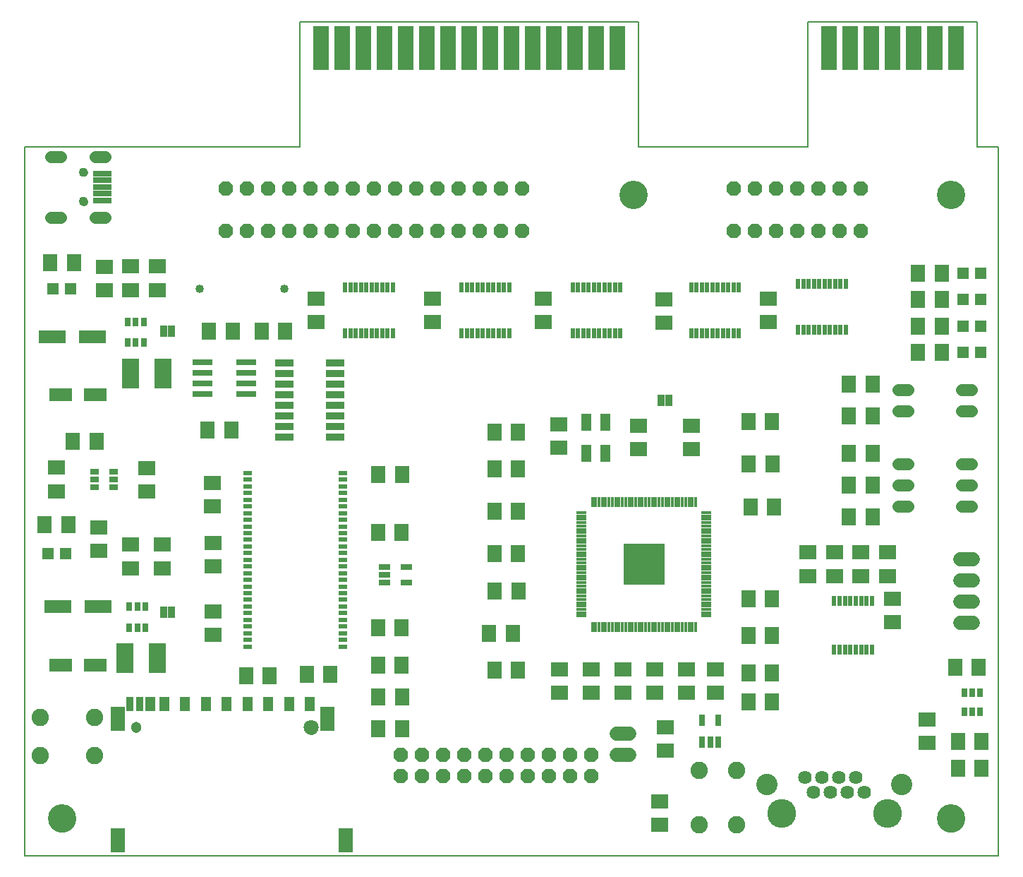
<source format=gts>
G75*
%MOIN*%
%OFA0B0*%
%FSLAX25Y25*%
%IPPOS*%
%LPD*%
%AMOC8*
5,1,8,0,0,1.08239X$1,22.5*
%
%ADD10C,0.00500*%
%ADD11R,0.02375X0.04737*%
%ADD12R,0.07800X0.20800*%
%ADD13R,0.07887X0.07099*%
%ADD14R,0.19698X0.19698*%
%ADD15R,0.04737X0.01509*%
%ADD16R,0.01509X0.04737*%
%ADD17R,0.07099X0.07887*%
%ADD18R,0.07099X0.07898*%
%ADD19R,0.05131X0.08280*%
%ADD20OC8,0.06800*%
%ADD21R,0.02965X0.05524*%
%ADD22R,0.07898X0.07099*%
%ADD23R,0.03300X0.05800*%
%ADD24R,0.03162X0.03950*%
%ADD25R,0.11036X0.06312*%
%ADD26R,0.08280X0.14186*%
%ADD27R,0.12611X0.06312*%
%ADD28R,0.05524X0.05524*%
%ADD29R,0.04343X0.03162*%
%ADD30R,0.04343X0.02375*%
%ADD31R,0.05524X0.02965*%
%ADD32R,0.08800X0.03400*%
%ADD33R,0.09461X0.03162*%
%ADD34R,0.03162X0.04343*%
%ADD35C,0.08200*%
%ADD36C,0.00000*%
%ADD37C,0.13600*%
%ADD38C,0.06400*%
%ADD39C,0.10100*%
%ADD40R,0.02000X0.04700*%
%ADD41C,0.05524*%
%ADD42R,0.08674X0.02769*%
%ADD43C,0.04343*%
%ADD44C,0.13398*%
%ADD45C,0.05600*%
%ADD46C,0.06800*%
%ADD47R,0.03556X0.06706*%
%ADD48R,0.04737X0.06706*%
%ADD49R,0.06706X0.11824*%
%ADD50C,0.05131*%
%ADD51C,0.07099*%
%ADD52C,0.04000*%
D10*
X0005154Y0017914D02*
X0005154Y0352560D01*
X0135154Y0352560D01*
X0135154Y0411615D01*
X0295154Y0411615D01*
X0295154Y0352560D01*
X0375154Y0352560D01*
X0375154Y0411615D01*
X0455154Y0411615D01*
X0455154Y0352560D01*
X0465154Y0352560D01*
X0465154Y0017914D01*
X0005154Y0017914D01*
D11*
X0156402Y0264587D03*
X0158902Y0264587D03*
X0161402Y0264587D03*
X0163902Y0264587D03*
X0166402Y0264587D03*
X0168906Y0264587D03*
X0171406Y0264587D03*
X0173906Y0264587D03*
X0176406Y0264587D03*
X0178906Y0264587D03*
X0178906Y0286241D03*
X0176406Y0286241D03*
X0173906Y0286241D03*
X0171406Y0286241D03*
X0168906Y0286241D03*
X0166402Y0286241D03*
X0163902Y0286241D03*
X0161402Y0286241D03*
X0158902Y0286241D03*
X0156402Y0286241D03*
X0211402Y0286241D03*
X0213902Y0286241D03*
X0216402Y0286241D03*
X0218902Y0286241D03*
X0221402Y0286241D03*
X0223906Y0286241D03*
X0226406Y0286241D03*
X0228906Y0286241D03*
X0231406Y0286241D03*
X0233906Y0286241D03*
X0233906Y0264587D03*
X0231406Y0264587D03*
X0228906Y0264587D03*
X0226406Y0264587D03*
X0223906Y0264587D03*
X0221402Y0264587D03*
X0218902Y0264587D03*
X0216402Y0264587D03*
X0213902Y0264587D03*
X0211402Y0264587D03*
X0263902Y0264587D03*
X0266402Y0264587D03*
X0268902Y0264587D03*
X0271402Y0264587D03*
X0273902Y0264587D03*
X0276406Y0264587D03*
X0278906Y0264587D03*
X0281406Y0264587D03*
X0283906Y0264587D03*
X0286406Y0264587D03*
X0286406Y0286241D03*
X0283906Y0286241D03*
X0281406Y0286241D03*
X0278906Y0286241D03*
X0276406Y0286241D03*
X0273902Y0286241D03*
X0271402Y0286241D03*
X0268902Y0286241D03*
X0266402Y0286241D03*
X0263902Y0286241D03*
X0319902Y0285991D03*
X0322402Y0285991D03*
X0324902Y0285991D03*
X0327402Y0285991D03*
X0329902Y0285991D03*
X0332406Y0285991D03*
X0334906Y0285991D03*
X0337406Y0285991D03*
X0339906Y0285991D03*
X0342406Y0285991D03*
X0342406Y0264337D03*
X0339906Y0264337D03*
X0337406Y0264337D03*
X0334906Y0264337D03*
X0332406Y0264337D03*
X0329902Y0264337D03*
X0327402Y0264337D03*
X0324902Y0264337D03*
X0322402Y0264337D03*
X0319902Y0264337D03*
X0370402Y0266087D03*
X0372902Y0266087D03*
X0375402Y0266087D03*
X0377902Y0266087D03*
X0380402Y0266087D03*
X0382906Y0266087D03*
X0385406Y0266087D03*
X0387906Y0266087D03*
X0390406Y0266087D03*
X0392906Y0266087D03*
X0392906Y0287741D03*
X0390406Y0287741D03*
X0387906Y0287741D03*
X0385406Y0287741D03*
X0382906Y0287741D03*
X0380402Y0287741D03*
X0377902Y0287741D03*
X0375402Y0287741D03*
X0372902Y0287741D03*
X0370402Y0287741D03*
D12*
X0385075Y0399193D03*
X0395075Y0399193D03*
X0405075Y0399193D03*
X0415075Y0399193D03*
X0425075Y0399193D03*
X0435075Y0399193D03*
X0445075Y0399193D03*
X0285075Y0399193D03*
X0275075Y0399193D03*
X0265075Y0399193D03*
X0255075Y0399193D03*
X0245075Y0399193D03*
X0235075Y0399193D03*
X0225075Y0399193D03*
X0215075Y0399193D03*
X0205075Y0399193D03*
X0195075Y0399193D03*
X0185075Y0399193D03*
X0175075Y0399193D03*
X0165075Y0399193D03*
X0155075Y0399193D03*
X0145075Y0399193D03*
D13*
X0042654Y0295926D03*
X0042654Y0284902D03*
X0062654Y0200926D03*
X0062654Y0189902D03*
X0040154Y0172801D03*
X0040154Y0161777D03*
X0094154Y0165551D03*
X0094154Y0154527D03*
X0094154Y0133051D03*
X0094154Y0122027D03*
X0257654Y0105926D03*
X0257654Y0094902D03*
X0272654Y0094902D03*
X0272654Y0105926D03*
X0287654Y0105926D03*
X0287654Y0094902D03*
X0302654Y0094902D03*
X0302654Y0105926D03*
X0317654Y0105926D03*
X0317654Y0094902D03*
X0331404Y0094902D03*
X0331404Y0105926D03*
X0305154Y0043426D03*
X0305154Y0032402D03*
X0414904Y0128152D03*
X0414904Y0139176D03*
X0320154Y0209902D03*
X0320154Y0220926D03*
X0295154Y0220926D03*
X0295154Y0209902D03*
X0257529Y0210402D03*
X0257529Y0221426D03*
X0250154Y0269902D03*
X0250154Y0280926D03*
X0197654Y0280926D03*
X0197654Y0269902D03*
X0142654Y0269902D03*
X0142654Y0280926D03*
X0307154Y0280426D03*
X0307154Y0269402D03*
X0356404Y0269902D03*
X0356404Y0280926D03*
D14*
X0297654Y0155414D03*
D15*
X0327181Y0156201D03*
X0327181Y0154626D03*
X0327181Y0153052D03*
X0327181Y0151477D03*
X0327181Y0149902D03*
X0327181Y0148327D03*
X0327181Y0146752D03*
X0327181Y0145178D03*
X0327181Y0143603D03*
X0327181Y0142028D03*
X0327181Y0140453D03*
X0327181Y0138878D03*
X0327181Y0137304D03*
X0327181Y0135729D03*
X0327181Y0134154D03*
X0327181Y0132579D03*
X0327181Y0131004D03*
X0327181Y0157776D03*
X0327181Y0159351D03*
X0327181Y0160926D03*
X0327181Y0162500D03*
X0327181Y0164075D03*
X0327181Y0165650D03*
X0327181Y0167225D03*
X0327181Y0168800D03*
X0327181Y0170375D03*
X0327181Y0171949D03*
X0327181Y0173524D03*
X0327181Y0175099D03*
X0327181Y0176674D03*
X0327181Y0178249D03*
X0327181Y0179823D03*
X0268126Y0179823D03*
X0268126Y0178249D03*
X0268126Y0176674D03*
X0268126Y0175099D03*
X0268126Y0173524D03*
X0268126Y0171949D03*
X0268126Y0170375D03*
X0268126Y0168800D03*
X0268126Y0167225D03*
X0268126Y0165650D03*
X0268126Y0164075D03*
X0268126Y0162500D03*
X0268126Y0160926D03*
X0268126Y0159351D03*
X0268126Y0157776D03*
X0268126Y0156201D03*
X0268126Y0154626D03*
X0268126Y0153052D03*
X0268126Y0151477D03*
X0268126Y0149902D03*
X0268126Y0148327D03*
X0268126Y0146752D03*
X0268126Y0145178D03*
X0268126Y0143603D03*
X0268126Y0142028D03*
X0268126Y0140453D03*
X0268126Y0138878D03*
X0268126Y0137304D03*
X0268126Y0135729D03*
X0268126Y0134154D03*
X0268126Y0132579D03*
X0268126Y0131004D03*
D16*
X0273244Y0125886D03*
X0274819Y0125886D03*
X0276394Y0125886D03*
X0277969Y0125886D03*
X0279544Y0125886D03*
X0281118Y0125886D03*
X0282693Y0125886D03*
X0284268Y0125886D03*
X0285843Y0125886D03*
X0287418Y0125886D03*
X0288992Y0125886D03*
X0290567Y0125886D03*
X0292142Y0125886D03*
X0293717Y0125886D03*
X0295292Y0125886D03*
X0296866Y0125886D03*
X0298441Y0125886D03*
X0300016Y0125886D03*
X0301591Y0125886D03*
X0303166Y0125886D03*
X0304740Y0125886D03*
X0306315Y0125886D03*
X0307890Y0125886D03*
X0309465Y0125886D03*
X0311040Y0125886D03*
X0312614Y0125886D03*
X0314189Y0125886D03*
X0315764Y0125886D03*
X0317339Y0125886D03*
X0318914Y0125886D03*
X0320488Y0125886D03*
X0322063Y0125886D03*
X0322063Y0184941D03*
X0320488Y0184941D03*
X0318914Y0184941D03*
X0317339Y0184941D03*
X0315764Y0184941D03*
X0314189Y0184941D03*
X0312614Y0184941D03*
X0311040Y0184941D03*
X0309465Y0184941D03*
X0307890Y0184941D03*
X0306315Y0184941D03*
X0304740Y0184941D03*
X0303166Y0184941D03*
X0301591Y0184941D03*
X0300016Y0184941D03*
X0298441Y0184941D03*
X0296866Y0184941D03*
X0295292Y0184941D03*
X0293717Y0184941D03*
X0292142Y0184941D03*
X0290567Y0184941D03*
X0288992Y0184941D03*
X0287418Y0184941D03*
X0285843Y0184941D03*
X0284268Y0184941D03*
X0282693Y0184941D03*
X0281118Y0184941D03*
X0279544Y0184941D03*
X0277969Y0184941D03*
X0276394Y0184941D03*
X0274819Y0184941D03*
X0273244Y0184941D03*
D17*
X0238166Y0180414D03*
X0227142Y0180414D03*
X0227142Y0200414D03*
X0238166Y0200414D03*
X0238166Y0217914D03*
X0227142Y0217914D03*
X0183166Y0170414D03*
X0172142Y0170414D03*
X0172142Y0125414D03*
X0183166Y0125414D03*
X0183166Y0107914D03*
X0172142Y0107914D03*
X0120666Y0102914D03*
X0109642Y0102914D03*
X0227142Y0105414D03*
X0238166Y0105414D03*
X0238166Y0160414D03*
X0227142Y0160414D03*
X0347142Y0139164D03*
X0358166Y0139164D03*
X0358166Y0121664D03*
X0347142Y0121664D03*
X0347142Y0104164D03*
X0358166Y0104164D03*
X0358166Y0090414D03*
X0347142Y0090414D03*
X0444642Y0106664D03*
X0455666Y0106664D03*
X0456916Y0071664D03*
X0445892Y0071664D03*
X0445892Y0059164D03*
X0456916Y0059164D03*
X0358916Y0182414D03*
X0347892Y0182414D03*
X0347142Y0222914D03*
X0358166Y0222914D03*
X0128166Y0265414D03*
X0117142Y0265414D03*
X0038909Y0213367D03*
X0027885Y0213367D03*
D18*
X0025752Y0174164D03*
X0014555Y0174164D03*
X0091555Y0218914D03*
X0102752Y0218914D03*
X0103252Y0265414D03*
X0092055Y0265414D03*
X0028252Y0297914D03*
X0017055Y0297914D03*
X0172055Y0197914D03*
X0183252Y0197914D03*
X0227055Y0142914D03*
X0238252Y0142914D03*
X0235752Y0122914D03*
X0224555Y0122914D03*
X0183252Y0092914D03*
X0172055Y0092914D03*
X0172055Y0077914D03*
X0183252Y0077914D03*
X0149502Y0103539D03*
X0138305Y0103539D03*
X0347055Y0202914D03*
X0358252Y0202914D03*
X0394555Y0207914D03*
X0405752Y0207914D03*
X0405752Y0192914D03*
X0394555Y0192914D03*
X0394555Y0177914D03*
X0405752Y0177914D03*
X0405752Y0225414D03*
X0394555Y0225414D03*
X0394555Y0240414D03*
X0405752Y0240414D03*
X0427055Y0255414D03*
X0438252Y0255414D03*
X0438252Y0267914D03*
X0427055Y0267914D03*
X0427055Y0280414D03*
X0438252Y0280414D03*
X0438252Y0292914D03*
X0427055Y0292914D03*
D19*
X0279431Y0222447D03*
X0270376Y0222447D03*
X0270376Y0207880D03*
X0279431Y0207880D03*
D20*
X0240154Y0312914D03*
X0230154Y0312914D03*
X0220154Y0312914D03*
X0210154Y0312914D03*
X0200154Y0312914D03*
X0190154Y0312914D03*
X0180154Y0312914D03*
X0170154Y0312914D03*
X0160154Y0312914D03*
X0150154Y0312914D03*
X0140154Y0312914D03*
X0130154Y0312914D03*
X0120154Y0312914D03*
X0110154Y0312914D03*
X0100154Y0312914D03*
X0100154Y0332914D03*
X0110154Y0332914D03*
X0120154Y0332914D03*
X0130154Y0332914D03*
X0140154Y0332914D03*
X0150154Y0332914D03*
X0160154Y0332914D03*
X0170154Y0332914D03*
X0180154Y0332914D03*
X0190154Y0332914D03*
X0200154Y0332914D03*
X0210154Y0332914D03*
X0220154Y0332914D03*
X0230154Y0332914D03*
X0240154Y0332914D03*
X0340154Y0332914D03*
X0350154Y0332914D03*
X0360154Y0332914D03*
X0370154Y0332914D03*
X0380154Y0332914D03*
X0390154Y0332914D03*
X0400154Y0332914D03*
X0400154Y0312914D03*
X0390154Y0312914D03*
X0380154Y0312914D03*
X0370154Y0312914D03*
X0360154Y0312914D03*
X0350154Y0312914D03*
X0340154Y0312914D03*
X0272654Y0065414D03*
X0272654Y0055414D03*
X0262654Y0055414D03*
X0262654Y0065414D03*
X0252654Y0065414D03*
X0252654Y0055414D03*
X0242654Y0055414D03*
X0242654Y0065414D03*
X0232654Y0065414D03*
X0232654Y0055414D03*
X0222654Y0055414D03*
X0222654Y0065414D03*
X0212654Y0065414D03*
X0212654Y0055414D03*
X0202654Y0055414D03*
X0202654Y0065414D03*
X0192654Y0065414D03*
X0192654Y0055414D03*
X0182654Y0055414D03*
X0182654Y0065414D03*
D21*
X0325164Y0071545D03*
X0328904Y0071545D03*
X0332644Y0071545D03*
X0332644Y0081782D03*
X0325164Y0081782D03*
D22*
X0307654Y0078512D03*
X0307654Y0067315D03*
X0375154Y0149815D03*
X0375154Y0161012D03*
X0387654Y0161012D03*
X0387654Y0149815D03*
X0400154Y0149815D03*
X0400154Y0161012D03*
X0412654Y0161012D03*
X0412654Y0149815D03*
X0431404Y0082262D03*
X0431404Y0071065D03*
X0093654Y0182690D03*
X0093654Y0193887D03*
X0070154Y0164762D03*
X0070154Y0153565D03*
X0055154Y0153565D03*
X0055154Y0164762D03*
X0020154Y0189815D03*
X0020154Y0201012D03*
X0055154Y0284815D03*
X0055154Y0296012D03*
X0067654Y0296012D03*
X0067654Y0284815D03*
D23*
X0070882Y0265414D03*
X0074425Y0265414D03*
X0074425Y0132914D03*
X0070882Y0132914D03*
X0305882Y0232914D03*
X0309425Y0232914D03*
D24*
X0062019Y0135335D03*
X0058279Y0135335D03*
X0054539Y0135335D03*
X0054539Y0125493D03*
X0058279Y0125493D03*
X0062019Y0125493D03*
X0061258Y0259977D03*
X0057518Y0259977D03*
X0053778Y0259977D03*
X0053778Y0269819D03*
X0057518Y0269819D03*
X0061258Y0269819D03*
D25*
X0038225Y0235414D03*
X0022083Y0235414D03*
X0022083Y0107914D03*
X0038225Y0107914D03*
D26*
X0052477Y0111039D03*
X0067831Y0111039D03*
X0070331Y0245414D03*
X0054977Y0245414D03*
D27*
X0037103Y0262914D03*
X0018205Y0262914D03*
X0020705Y0135414D03*
X0039603Y0135414D03*
D28*
X0024288Y0160414D03*
X0016020Y0160414D03*
X0018520Y0285414D03*
X0026788Y0285414D03*
X0448520Y0280414D03*
X0456788Y0280414D03*
X0456788Y0292914D03*
X0448520Y0292914D03*
X0448520Y0267914D03*
X0456788Y0267914D03*
X0456788Y0255414D03*
X0448520Y0255414D03*
D29*
X0047181Y0199154D03*
X0047181Y0195414D03*
X0047181Y0191674D03*
X0038126Y0191674D03*
X0038126Y0195414D03*
X0038126Y0199154D03*
D30*
X0110542Y0198484D03*
X0110542Y0195334D03*
X0110542Y0192185D03*
X0110542Y0189035D03*
X0110542Y0185885D03*
X0110542Y0182736D03*
X0110542Y0179586D03*
X0110542Y0176437D03*
X0110542Y0173287D03*
X0110542Y0170137D03*
X0110542Y0166988D03*
X0110542Y0163838D03*
X0110542Y0160688D03*
X0110542Y0157539D03*
X0110542Y0154389D03*
X0110542Y0151240D03*
X0110542Y0148090D03*
X0110542Y0144940D03*
X0110542Y0141791D03*
X0110542Y0138641D03*
X0110542Y0135492D03*
X0110542Y0132342D03*
X0110542Y0129192D03*
X0110542Y0126043D03*
X0110542Y0122893D03*
X0110542Y0119744D03*
X0110542Y0116594D03*
X0155266Y0116594D03*
X0155266Y0119744D03*
X0155266Y0122893D03*
X0155266Y0126043D03*
X0155266Y0129192D03*
X0155266Y0132342D03*
X0155266Y0135492D03*
X0155266Y0138641D03*
X0155266Y0141791D03*
X0155266Y0144940D03*
X0155266Y0148090D03*
X0155266Y0151240D03*
X0155266Y0154389D03*
X0155266Y0157539D03*
X0155266Y0160688D03*
X0155266Y0163838D03*
X0155266Y0166988D03*
X0155266Y0170137D03*
X0155266Y0173287D03*
X0155266Y0176437D03*
X0155266Y0179586D03*
X0155266Y0182736D03*
X0155266Y0185885D03*
X0155266Y0189035D03*
X0155266Y0192185D03*
X0155266Y0195334D03*
X0155266Y0198484D03*
D31*
X0175035Y0154154D03*
X0175035Y0150414D03*
X0175035Y0146674D03*
X0185272Y0146674D03*
X0185272Y0154154D03*
D32*
X0151879Y0215539D03*
X0151879Y0220539D03*
X0151879Y0225539D03*
X0151879Y0230539D03*
X0151879Y0235539D03*
X0151879Y0240539D03*
X0151879Y0245539D03*
X0151879Y0250539D03*
X0127679Y0250539D03*
X0127679Y0245539D03*
X0127679Y0240539D03*
X0127679Y0235539D03*
X0127679Y0230539D03*
X0127679Y0225539D03*
X0127679Y0220539D03*
X0127679Y0215539D03*
D33*
X0109640Y0235914D03*
X0109640Y0240914D03*
X0109640Y0245914D03*
X0109640Y0250914D03*
X0089168Y0250914D03*
X0089168Y0245914D03*
X0089168Y0240914D03*
X0089168Y0235914D03*
D34*
X0448914Y0094941D03*
X0452654Y0094941D03*
X0456394Y0094941D03*
X0456394Y0085886D03*
X0452654Y0085886D03*
X0448914Y0085886D03*
D35*
X0341554Y0058214D03*
X0323754Y0058214D03*
X0323754Y0032614D03*
X0341554Y0032614D03*
X0037954Y0065264D03*
X0037954Y0083064D03*
X0012354Y0083064D03*
X0012354Y0065264D03*
D36*
X0016355Y0035414D02*
X0016357Y0035572D01*
X0016363Y0035730D01*
X0016373Y0035888D01*
X0016387Y0036046D01*
X0016405Y0036203D01*
X0016426Y0036360D01*
X0016452Y0036516D01*
X0016482Y0036672D01*
X0016515Y0036827D01*
X0016553Y0036980D01*
X0016594Y0037133D01*
X0016639Y0037285D01*
X0016688Y0037436D01*
X0016741Y0037585D01*
X0016797Y0037733D01*
X0016857Y0037879D01*
X0016921Y0038024D01*
X0016989Y0038167D01*
X0017060Y0038309D01*
X0017134Y0038449D01*
X0017212Y0038586D01*
X0017294Y0038722D01*
X0017378Y0038856D01*
X0017467Y0038987D01*
X0017558Y0039116D01*
X0017653Y0039243D01*
X0017750Y0039368D01*
X0017851Y0039490D01*
X0017955Y0039609D01*
X0018062Y0039726D01*
X0018172Y0039840D01*
X0018285Y0039951D01*
X0018400Y0040060D01*
X0018518Y0040165D01*
X0018639Y0040267D01*
X0018762Y0040367D01*
X0018888Y0040463D01*
X0019016Y0040556D01*
X0019146Y0040646D01*
X0019279Y0040732D01*
X0019414Y0040816D01*
X0019550Y0040895D01*
X0019689Y0040972D01*
X0019830Y0041044D01*
X0019972Y0041114D01*
X0020116Y0041179D01*
X0020262Y0041241D01*
X0020409Y0041299D01*
X0020558Y0041354D01*
X0020708Y0041405D01*
X0020859Y0041452D01*
X0021011Y0041495D01*
X0021164Y0041534D01*
X0021319Y0041570D01*
X0021474Y0041601D01*
X0021630Y0041629D01*
X0021786Y0041653D01*
X0021943Y0041673D01*
X0022101Y0041689D01*
X0022258Y0041701D01*
X0022417Y0041709D01*
X0022575Y0041713D01*
X0022733Y0041713D01*
X0022891Y0041709D01*
X0023050Y0041701D01*
X0023207Y0041689D01*
X0023365Y0041673D01*
X0023522Y0041653D01*
X0023678Y0041629D01*
X0023834Y0041601D01*
X0023989Y0041570D01*
X0024144Y0041534D01*
X0024297Y0041495D01*
X0024449Y0041452D01*
X0024600Y0041405D01*
X0024750Y0041354D01*
X0024899Y0041299D01*
X0025046Y0041241D01*
X0025192Y0041179D01*
X0025336Y0041114D01*
X0025478Y0041044D01*
X0025619Y0040972D01*
X0025758Y0040895D01*
X0025894Y0040816D01*
X0026029Y0040732D01*
X0026162Y0040646D01*
X0026292Y0040556D01*
X0026420Y0040463D01*
X0026546Y0040367D01*
X0026669Y0040267D01*
X0026790Y0040165D01*
X0026908Y0040060D01*
X0027023Y0039951D01*
X0027136Y0039840D01*
X0027246Y0039726D01*
X0027353Y0039609D01*
X0027457Y0039490D01*
X0027558Y0039368D01*
X0027655Y0039243D01*
X0027750Y0039116D01*
X0027841Y0038987D01*
X0027930Y0038856D01*
X0028014Y0038722D01*
X0028096Y0038586D01*
X0028174Y0038449D01*
X0028248Y0038309D01*
X0028319Y0038167D01*
X0028387Y0038024D01*
X0028451Y0037879D01*
X0028511Y0037733D01*
X0028567Y0037585D01*
X0028620Y0037436D01*
X0028669Y0037285D01*
X0028714Y0037133D01*
X0028755Y0036980D01*
X0028793Y0036827D01*
X0028826Y0036672D01*
X0028856Y0036516D01*
X0028882Y0036360D01*
X0028903Y0036203D01*
X0028921Y0036046D01*
X0028935Y0035888D01*
X0028945Y0035730D01*
X0028951Y0035572D01*
X0028953Y0035414D01*
X0028951Y0035256D01*
X0028945Y0035098D01*
X0028935Y0034940D01*
X0028921Y0034782D01*
X0028903Y0034625D01*
X0028882Y0034468D01*
X0028856Y0034312D01*
X0028826Y0034156D01*
X0028793Y0034001D01*
X0028755Y0033848D01*
X0028714Y0033695D01*
X0028669Y0033543D01*
X0028620Y0033392D01*
X0028567Y0033243D01*
X0028511Y0033095D01*
X0028451Y0032949D01*
X0028387Y0032804D01*
X0028319Y0032661D01*
X0028248Y0032519D01*
X0028174Y0032379D01*
X0028096Y0032242D01*
X0028014Y0032106D01*
X0027930Y0031972D01*
X0027841Y0031841D01*
X0027750Y0031712D01*
X0027655Y0031585D01*
X0027558Y0031460D01*
X0027457Y0031338D01*
X0027353Y0031219D01*
X0027246Y0031102D01*
X0027136Y0030988D01*
X0027023Y0030877D01*
X0026908Y0030768D01*
X0026790Y0030663D01*
X0026669Y0030561D01*
X0026546Y0030461D01*
X0026420Y0030365D01*
X0026292Y0030272D01*
X0026162Y0030182D01*
X0026029Y0030096D01*
X0025894Y0030012D01*
X0025758Y0029933D01*
X0025619Y0029856D01*
X0025478Y0029784D01*
X0025336Y0029714D01*
X0025192Y0029649D01*
X0025046Y0029587D01*
X0024899Y0029529D01*
X0024750Y0029474D01*
X0024600Y0029423D01*
X0024449Y0029376D01*
X0024297Y0029333D01*
X0024144Y0029294D01*
X0023989Y0029258D01*
X0023834Y0029227D01*
X0023678Y0029199D01*
X0023522Y0029175D01*
X0023365Y0029155D01*
X0023207Y0029139D01*
X0023050Y0029127D01*
X0022891Y0029119D01*
X0022733Y0029115D01*
X0022575Y0029115D01*
X0022417Y0029119D01*
X0022258Y0029127D01*
X0022101Y0029139D01*
X0021943Y0029155D01*
X0021786Y0029175D01*
X0021630Y0029199D01*
X0021474Y0029227D01*
X0021319Y0029258D01*
X0021164Y0029294D01*
X0021011Y0029333D01*
X0020859Y0029376D01*
X0020708Y0029423D01*
X0020558Y0029474D01*
X0020409Y0029529D01*
X0020262Y0029587D01*
X0020116Y0029649D01*
X0019972Y0029714D01*
X0019830Y0029784D01*
X0019689Y0029856D01*
X0019550Y0029933D01*
X0019414Y0030012D01*
X0019279Y0030096D01*
X0019146Y0030182D01*
X0019016Y0030272D01*
X0018888Y0030365D01*
X0018762Y0030461D01*
X0018639Y0030561D01*
X0018518Y0030663D01*
X0018400Y0030768D01*
X0018285Y0030877D01*
X0018172Y0030988D01*
X0018062Y0031102D01*
X0017955Y0031219D01*
X0017851Y0031338D01*
X0017750Y0031460D01*
X0017653Y0031585D01*
X0017558Y0031712D01*
X0017467Y0031841D01*
X0017378Y0031972D01*
X0017294Y0032106D01*
X0017212Y0032242D01*
X0017134Y0032379D01*
X0017060Y0032519D01*
X0016989Y0032661D01*
X0016921Y0032804D01*
X0016857Y0032949D01*
X0016797Y0033095D01*
X0016741Y0033243D01*
X0016688Y0033392D01*
X0016639Y0033543D01*
X0016594Y0033695D01*
X0016553Y0033848D01*
X0016515Y0034001D01*
X0016482Y0034156D01*
X0016452Y0034312D01*
X0016426Y0034468D01*
X0016405Y0034625D01*
X0016387Y0034782D01*
X0016373Y0034940D01*
X0016363Y0035098D01*
X0016357Y0035256D01*
X0016355Y0035414D01*
X0055463Y0078390D02*
X0055465Y0078483D01*
X0055471Y0078575D01*
X0055481Y0078667D01*
X0055495Y0078758D01*
X0055512Y0078849D01*
X0055534Y0078939D01*
X0055559Y0079028D01*
X0055588Y0079116D01*
X0055621Y0079202D01*
X0055658Y0079287D01*
X0055698Y0079371D01*
X0055742Y0079452D01*
X0055789Y0079532D01*
X0055839Y0079610D01*
X0055893Y0079685D01*
X0055950Y0079758D01*
X0056010Y0079828D01*
X0056073Y0079896D01*
X0056139Y0079961D01*
X0056207Y0080023D01*
X0056278Y0080083D01*
X0056352Y0080139D01*
X0056428Y0080192D01*
X0056506Y0080241D01*
X0056586Y0080288D01*
X0056668Y0080330D01*
X0056752Y0080370D01*
X0056837Y0080405D01*
X0056924Y0080437D01*
X0057012Y0080466D01*
X0057101Y0080490D01*
X0057191Y0080511D01*
X0057282Y0080527D01*
X0057374Y0080540D01*
X0057466Y0080549D01*
X0057559Y0080554D01*
X0057651Y0080555D01*
X0057744Y0080552D01*
X0057836Y0080545D01*
X0057928Y0080534D01*
X0058019Y0080519D01*
X0058110Y0080501D01*
X0058200Y0080478D01*
X0058288Y0080452D01*
X0058376Y0080422D01*
X0058462Y0080388D01*
X0058546Y0080351D01*
X0058629Y0080309D01*
X0058710Y0080265D01*
X0058790Y0080217D01*
X0058867Y0080166D01*
X0058941Y0080111D01*
X0059014Y0080053D01*
X0059084Y0079993D01*
X0059151Y0079929D01*
X0059215Y0079863D01*
X0059277Y0079793D01*
X0059335Y0079722D01*
X0059390Y0079648D01*
X0059442Y0079571D01*
X0059491Y0079492D01*
X0059537Y0079412D01*
X0059579Y0079329D01*
X0059617Y0079245D01*
X0059652Y0079159D01*
X0059683Y0079072D01*
X0059710Y0078984D01*
X0059733Y0078894D01*
X0059753Y0078804D01*
X0059769Y0078713D01*
X0059781Y0078621D01*
X0059789Y0078529D01*
X0059793Y0078436D01*
X0059793Y0078344D01*
X0059789Y0078251D01*
X0059781Y0078159D01*
X0059769Y0078067D01*
X0059753Y0077976D01*
X0059733Y0077886D01*
X0059710Y0077796D01*
X0059683Y0077708D01*
X0059652Y0077621D01*
X0059617Y0077535D01*
X0059579Y0077451D01*
X0059537Y0077368D01*
X0059491Y0077288D01*
X0059442Y0077209D01*
X0059390Y0077132D01*
X0059335Y0077058D01*
X0059277Y0076987D01*
X0059215Y0076917D01*
X0059151Y0076851D01*
X0059084Y0076787D01*
X0059014Y0076727D01*
X0058941Y0076669D01*
X0058867Y0076614D01*
X0058790Y0076563D01*
X0058711Y0076515D01*
X0058629Y0076471D01*
X0058546Y0076429D01*
X0058462Y0076392D01*
X0058376Y0076358D01*
X0058288Y0076328D01*
X0058200Y0076302D01*
X0058110Y0076279D01*
X0058019Y0076261D01*
X0057928Y0076246D01*
X0057836Y0076235D01*
X0057744Y0076228D01*
X0057651Y0076225D01*
X0057559Y0076226D01*
X0057466Y0076231D01*
X0057374Y0076240D01*
X0057282Y0076253D01*
X0057191Y0076269D01*
X0057101Y0076290D01*
X0057012Y0076314D01*
X0056924Y0076343D01*
X0056837Y0076375D01*
X0056752Y0076410D01*
X0056668Y0076450D01*
X0056586Y0076492D01*
X0056506Y0076539D01*
X0056428Y0076588D01*
X0056352Y0076641D01*
X0056278Y0076697D01*
X0056207Y0076757D01*
X0056139Y0076819D01*
X0056073Y0076884D01*
X0056010Y0076952D01*
X0055950Y0077022D01*
X0055893Y0077095D01*
X0055839Y0077170D01*
X0055789Y0077248D01*
X0055742Y0077328D01*
X0055698Y0077409D01*
X0055658Y0077493D01*
X0055621Y0077578D01*
X0055588Y0077664D01*
X0055559Y0077752D01*
X0055534Y0077841D01*
X0055512Y0077931D01*
X0055495Y0078022D01*
X0055481Y0078113D01*
X0055471Y0078205D01*
X0055465Y0078297D01*
X0055463Y0078390D01*
X0137155Y0078390D02*
X0137157Y0078502D01*
X0137163Y0078613D01*
X0137173Y0078725D01*
X0137187Y0078836D01*
X0137204Y0078946D01*
X0137226Y0079056D01*
X0137252Y0079165D01*
X0137281Y0079273D01*
X0137314Y0079379D01*
X0137351Y0079485D01*
X0137392Y0079589D01*
X0137437Y0079692D01*
X0137485Y0079793D01*
X0137536Y0079892D01*
X0137591Y0079989D01*
X0137650Y0080084D01*
X0137711Y0080178D01*
X0137776Y0080269D01*
X0137845Y0080357D01*
X0137916Y0080443D01*
X0137990Y0080527D01*
X0138068Y0080607D01*
X0138148Y0080685D01*
X0138231Y0080761D01*
X0138316Y0080833D01*
X0138404Y0080902D01*
X0138494Y0080968D01*
X0138587Y0081030D01*
X0138682Y0081090D01*
X0138779Y0081146D01*
X0138877Y0081198D01*
X0138978Y0081247D01*
X0139080Y0081292D01*
X0139184Y0081334D01*
X0139289Y0081372D01*
X0139396Y0081406D01*
X0139503Y0081436D01*
X0139612Y0081463D01*
X0139721Y0081485D01*
X0139832Y0081504D01*
X0139942Y0081519D01*
X0140054Y0081530D01*
X0140165Y0081537D01*
X0140277Y0081540D01*
X0140389Y0081539D01*
X0140501Y0081534D01*
X0140612Y0081525D01*
X0140723Y0081512D01*
X0140834Y0081495D01*
X0140944Y0081475D01*
X0141053Y0081450D01*
X0141161Y0081422D01*
X0141268Y0081389D01*
X0141374Y0081353D01*
X0141478Y0081313D01*
X0141581Y0081270D01*
X0141683Y0081223D01*
X0141782Y0081172D01*
X0141880Y0081118D01*
X0141976Y0081060D01*
X0142070Y0080999D01*
X0142161Y0080935D01*
X0142250Y0080868D01*
X0142337Y0080797D01*
X0142421Y0080723D01*
X0142503Y0080647D01*
X0142581Y0080567D01*
X0142657Y0080485D01*
X0142730Y0080400D01*
X0142800Y0080313D01*
X0142866Y0080223D01*
X0142930Y0080131D01*
X0142990Y0080037D01*
X0143047Y0079941D01*
X0143100Y0079842D01*
X0143150Y0079742D01*
X0143196Y0079641D01*
X0143239Y0079537D01*
X0143278Y0079432D01*
X0143313Y0079326D01*
X0143344Y0079219D01*
X0143372Y0079110D01*
X0143395Y0079001D01*
X0143415Y0078891D01*
X0143431Y0078780D01*
X0143443Y0078669D01*
X0143451Y0078558D01*
X0143455Y0078446D01*
X0143455Y0078334D01*
X0143451Y0078222D01*
X0143443Y0078111D01*
X0143431Y0078000D01*
X0143415Y0077889D01*
X0143395Y0077779D01*
X0143372Y0077670D01*
X0143344Y0077561D01*
X0143313Y0077454D01*
X0143278Y0077348D01*
X0143239Y0077243D01*
X0143196Y0077139D01*
X0143150Y0077038D01*
X0143100Y0076938D01*
X0143047Y0076839D01*
X0142990Y0076743D01*
X0142930Y0076649D01*
X0142866Y0076557D01*
X0142800Y0076467D01*
X0142730Y0076380D01*
X0142657Y0076295D01*
X0142581Y0076213D01*
X0142503Y0076133D01*
X0142421Y0076057D01*
X0142337Y0075983D01*
X0142250Y0075912D01*
X0142161Y0075845D01*
X0142070Y0075781D01*
X0141976Y0075720D01*
X0141880Y0075662D01*
X0141782Y0075608D01*
X0141683Y0075557D01*
X0141581Y0075510D01*
X0141478Y0075467D01*
X0141374Y0075427D01*
X0141268Y0075391D01*
X0141161Y0075358D01*
X0141053Y0075330D01*
X0140944Y0075305D01*
X0140834Y0075285D01*
X0140723Y0075268D01*
X0140612Y0075255D01*
X0140501Y0075246D01*
X0140389Y0075241D01*
X0140277Y0075240D01*
X0140165Y0075243D01*
X0140054Y0075250D01*
X0139942Y0075261D01*
X0139832Y0075276D01*
X0139721Y0075295D01*
X0139612Y0075317D01*
X0139503Y0075344D01*
X0139396Y0075374D01*
X0139289Y0075408D01*
X0139184Y0075446D01*
X0139080Y0075488D01*
X0138978Y0075533D01*
X0138877Y0075582D01*
X0138779Y0075634D01*
X0138682Y0075690D01*
X0138587Y0075750D01*
X0138494Y0075812D01*
X0138404Y0075878D01*
X0138316Y0075947D01*
X0138231Y0076019D01*
X0138148Y0076095D01*
X0138068Y0076173D01*
X0137990Y0076253D01*
X0137916Y0076337D01*
X0137845Y0076423D01*
X0137776Y0076511D01*
X0137711Y0076602D01*
X0137650Y0076696D01*
X0137591Y0076791D01*
X0137536Y0076888D01*
X0137485Y0076987D01*
X0137437Y0077088D01*
X0137392Y0077191D01*
X0137351Y0077295D01*
X0137314Y0077401D01*
X0137281Y0077507D01*
X0137252Y0077615D01*
X0137226Y0077724D01*
X0137204Y0077834D01*
X0137187Y0077944D01*
X0137173Y0078055D01*
X0137163Y0078167D01*
X0137157Y0078278D01*
X0137155Y0078390D01*
X0356254Y0037914D02*
X0356256Y0038074D01*
X0356262Y0038233D01*
X0356272Y0038392D01*
X0356286Y0038551D01*
X0356304Y0038710D01*
X0356325Y0038868D01*
X0356351Y0039025D01*
X0356381Y0039182D01*
X0356414Y0039338D01*
X0356452Y0039493D01*
X0356493Y0039647D01*
X0356538Y0039800D01*
X0356587Y0039952D01*
X0356640Y0040103D01*
X0356696Y0040252D01*
X0356757Y0040400D01*
X0356820Y0040546D01*
X0356888Y0040691D01*
X0356959Y0040834D01*
X0357033Y0040975D01*
X0357111Y0041114D01*
X0357193Y0041251D01*
X0357278Y0041386D01*
X0357366Y0041519D01*
X0357458Y0041650D01*
X0357552Y0041778D01*
X0357650Y0041904D01*
X0357751Y0042028D01*
X0357855Y0042149D01*
X0357962Y0042267D01*
X0358072Y0042383D01*
X0358185Y0042496D01*
X0358301Y0042606D01*
X0358419Y0042713D01*
X0358540Y0042817D01*
X0358664Y0042918D01*
X0358790Y0043016D01*
X0358918Y0043110D01*
X0359049Y0043202D01*
X0359182Y0043290D01*
X0359317Y0043375D01*
X0359454Y0043457D01*
X0359593Y0043535D01*
X0359734Y0043609D01*
X0359877Y0043680D01*
X0360022Y0043748D01*
X0360168Y0043811D01*
X0360316Y0043872D01*
X0360465Y0043928D01*
X0360616Y0043981D01*
X0360768Y0044030D01*
X0360921Y0044075D01*
X0361075Y0044116D01*
X0361230Y0044154D01*
X0361386Y0044187D01*
X0361543Y0044217D01*
X0361700Y0044243D01*
X0361858Y0044264D01*
X0362017Y0044282D01*
X0362176Y0044296D01*
X0362335Y0044306D01*
X0362494Y0044312D01*
X0362654Y0044314D01*
X0362814Y0044312D01*
X0362973Y0044306D01*
X0363132Y0044296D01*
X0363291Y0044282D01*
X0363450Y0044264D01*
X0363608Y0044243D01*
X0363765Y0044217D01*
X0363922Y0044187D01*
X0364078Y0044154D01*
X0364233Y0044116D01*
X0364387Y0044075D01*
X0364540Y0044030D01*
X0364692Y0043981D01*
X0364843Y0043928D01*
X0364992Y0043872D01*
X0365140Y0043811D01*
X0365286Y0043748D01*
X0365431Y0043680D01*
X0365574Y0043609D01*
X0365715Y0043535D01*
X0365854Y0043457D01*
X0365991Y0043375D01*
X0366126Y0043290D01*
X0366259Y0043202D01*
X0366390Y0043110D01*
X0366518Y0043016D01*
X0366644Y0042918D01*
X0366768Y0042817D01*
X0366889Y0042713D01*
X0367007Y0042606D01*
X0367123Y0042496D01*
X0367236Y0042383D01*
X0367346Y0042267D01*
X0367453Y0042149D01*
X0367557Y0042028D01*
X0367658Y0041904D01*
X0367756Y0041778D01*
X0367850Y0041650D01*
X0367942Y0041519D01*
X0368030Y0041386D01*
X0368115Y0041251D01*
X0368197Y0041114D01*
X0368275Y0040975D01*
X0368349Y0040834D01*
X0368420Y0040691D01*
X0368488Y0040546D01*
X0368551Y0040400D01*
X0368612Y0040252D01*
X0368668Y0040103D01*
X0368721Y0039952D01*
X0368770Y0039800D01*
X0368815Y0039647D01*
X0368856Y0039493D01*
X0368894Y0039338D01*
X0368927Y0039182D01*
X0368957Y0039025D01*
X0368983Y0038868D01*
X0369004Y0038710D01*
X0369022Y0038551D01*
X0369036Y0038392D01*
X0369046Y0038233D01*
X0369052Y0038074D01*
X0369054Y0037914D01*
X0369052Y0037754D01*
X0369046Y0037595D01*
X0369036Y0037436D01*
X0369022Y0037277D01*
X0369004Y0037118D01*
X0368983Y0036960D01*
X0368957Y0036803D01*
X0368927Y0036646D01*
X0368894Y0036490D01*
X0368856Y0036335D01*
X0368815Y0036181D01*
X0368770Y0036028D01*
X0368721Y0035876D01*
X0368668Y0035725D01*
X0368612Y0035576D01*
X0368551Y0035428D01*
X0368488Y0035282D01*
X0368420Y0035137D01*
X0368349Y0034994D01*
X0368275Y0034853D01*
X0368197Y0034714D01*
X0368115Y0034577D01*
X0368030Y0034442D01*
X0367942Y0034309D01*
X0367850Y0034178D01*
X0367756Y0034050D01*
X0367658Y0033924D01*
X0367557Y0033800D01*
X0367453Y0033679D01*
X0367346Y0033561D01*
X0367236Y0033445D01*
X0367123Y0033332D01*
X0367007Y0033222D01*
X0366889Y0033115D01*
X0366768Y0033011D01*
X0366644Y0032910D01*
X0366518Y0032812D01*
X0366390Y0032718D01*
X0366259Y0032626D01*
X0366126Y0032538D01*
X0365991Y0032453D01*
X0365854Y0032371D01*
X0365715Y0032293D01*
X0365574Y0032219D01*
X0365431Y0032148D01*
X0365286Y0032080D01*
X0365140Y0032017D01*
X0364992Y0031956D01*
X0364843Y0031900D01*
X0364692Y0031847D01*
X0364540Y0031798D01*
X0364387Y0031753D01*
X0364233Y0031712D01*
X0364078Y0031674D01*
X0363922Y0031641D01*
X0363765Y0031611D01*
X0363608Y0031585D01*
X0363450Y0031564D01*
X0363291Y0031546D01*
X0363132Y0031532D01*
X0362973Y0031522D01*
X0362814Y0031516D01*
X0362654Y0031514D01*
X0362494Y0031516D01*
X0362335Y0031522D01*
X0362176Y0031532D01*
X0362017Y0031546D01*
X0361858Y0031564D01*
X0361700Y0031585D01*
X0361543Y0031611D01*
X0361386Y0031641D01*
X0361230Y0031674D01*
X0361075Y0031712D01*
X0360921Y0031753D01*
X0360768Y0031798D01*
X0360616Y0031847D01*
X0360465Y0031900D01*
X0360316Y0031956D01*
X0360168Y0032017D01*
X0360022Y0032080D01*
X0359877Y0032148D01*
X0359734Y0032219D01*
X0359593Y0032293D01*
X0359454Y0032371D01*
X0359317Y0032453D01*
X0359182Y0032538D01*
X0359049Y0032626D01*
X0358918Y0032718D01*
X0358790Y0032812D01*
X0358664Y0032910D01*
X0358540Y0033011D01*
X0358419Y0033115D01*
X0358301Y0033222D01*
X0358185Y0033332D01*
X0358072Y0033445D01*
X0357962Y0033561D01*
X0357855Y0033679D01*
X0357751Y0033800D01*
X0357650Y0033924D01*
X0357552Y0034050D01*
X0357458Y0034178D01*
X0357366Y0034309D01*
X0357278Y0034442D01*
X0357193Y0034577D01*
X0357111Y0034714D01*
X0357033Y0034853D01*
X0356959Y0034994D01*
X0356888Y0035137D01*
X0356820Y0035282D01*
X0356757Y0035428D01*
X0356696Y0035576D01*
X0356640Y0035725D01*
X0356587Y0035876D01*
X0356538Y0036028D01*
X0356493Y0036181D01*
X0356452Y0036335D01*
X0356414Y0036490D01*
X0356381Y0036646D01*
X0356351Y0036803D01*
X0356325Y0036960D01*
X0356304Y0037118D01*
X0356286Y0037277D01*
X0356272Y0037436D01*
X0356262Y0037595D01*
X0356256Y0037754D01*
X0356254Y0037914D01*
X0406254Y0037914D02*
X0406256Y0038074D01*
X0406262Y0038233D01*
X0406272Y0038392D01*
X0406286Y0038551D01*
X0406304Y0038710D01*
X0406325Y0038868D01*
X0406351Y0039025D01*
X0406381Y0039182D01*
X0406414Y0039338D01*
X0406452Y0039493D01*
X0406493Y0039647D01*
X0406538Y0039800D01*
X0406587Y0039952D01*
X0406640Y0040103D01*
X0406696Y0040252D01*
X0406757Y0040400D01*
X0406820Y0040546D01*
X0406888Y0040691D01*
X0406959Y0040834D01*
X0407033Y0040975D01*
X0407111Y0041114D01*
X0407193Y0041251D01*
X0407278Y0041386D01*
X0407366Y0041519D01*
X0407458Y0041650D01*
X0407552Y0041778D01*
X0407650Y0041904D01*
X0407751Y0042028D01*
X0407855Y0042149D01*
X0407962Y0042267D01*
X0408072Y0042383D01*
X0408185Y0042496D01*
X0408301Y0042606D01*
X0408419Y0042713D01*
X0408540Y0042817D01*
X0408664Y0042918D01*
X0408790Y0043016D01*
X0408918Y0043110D01*
X0409049Y0043202D01*
X0409182Y0043290D01*
X0409317Y0043375D01*
X0409454Y0043457D01*
X0409593Y0043535D01*
X0409734Y0043609D01*
X0409877Y0043680D01*
X0410022Y0043748D01*
X0410168Y0043811D01*
X0410316Y0043872D01*
X0410465Y0043928D01*
X0410616Y0043981D01*
X0410768Y0044030D01*
X0410921Y0044075D01*
X0411075Y0044116D01*
X0411230Y0044154D01*
X0411386Y0044187D01*
X0411543Y0044217D01*
X0411700Y0044243D01*
X0411858Y0044264D01*
X0412017Y0044282D01*
X0412176Y0044296D01*
X0412335Y0044306D01*
X0412494Y0044312D01*
X0412654Y0044314D01*
X0412814Y0044312D01*
X0412973Y0044306D01*
X0413132Y0044296D01*
X0413291Y0044282D01*
X0413450Y0044264D01*
X0413608Y0044243D01*
X0413765Y0044217D01*
X0413922Y0044187D01*
X0414078Y0044154D01*
X0414233Y0044116D01*
X0414387Y0044075D01*
X0414540Y0044030D01*
X0414692Y0043981D01*
X0414843Y0043928D01*
X0414992Y0043872D01*
X0415140Y0043811D01*
X0415286Y0043748D01*
X0415431Y0043680D01*
X0415574Y0043609D01*
X0415715Y0043535D01*
X0415854Y0043457D01*
X0415991Y0043375D01*
X0416126Y0043290D01*
X0416259Y0043202D01*
X0416390Y0043110D01*
X0416518Y0043016D01*
X0416644Y0042918D01*
X0416768Y0042817D01*
X0416889Y0042713D01*
X0417007Y0042606D01*
X0417123Y0042496D01*
X0417236Y0042383D01*
X0417346Y0042267D01*
X0417453Y0042149D01*
X0417557Y0042028D01*
X0417658Y0041904D01*
X0417756Y0041778D01*
X0417850Y0041650D01*
X0417942Y0041519D01*
X0418030Y0041386D01*
X0418115Y0041251D01*
X0418197Y0041114D01*
X0418275Y0040975D01*
X0418349Y0040834D01*
X0418420Y0040691D01*
X0418488Y0040546D01*
X0418551Y0040400D01*
X0418612Y0040252D01*
X0418668Y0040103D01*
X0418721Y0039952D01*
X0418770Y0039800D01*
X0418815Y0039647D01*
X0418856Y0039493D01*
X0418894Y0039338D01*
X0418927Y0039182D01*
X0418957Y0039025D01*
X0418983Y0038868D01*
X0419004Y0038710D01*
X0419022Y0038551D01*
X0419036Y0038392D01*
X0419046Y0038233D01*
X0419052Y0038074D01*
X0419054Y0037914D01*
X0419052Y0037754D01*
X0419046Y0037595D01*
X0419036Y0037436D01*
X0419022Y0037277D01*
X0419004Y0037118D01*
X0418983Y0036960D01*
X0418957Y0036803D01*
X0418927Y0036646D01*
X0418894Y0036490D01*
X0418856Y0036335D01*
X0418815Y0036181D01*
X0418770Y0036028D01*
X0418721Y0035876D01*
X0418668Y0035725D01*
X0418612Y0035576D01*
X0418551Y0035428D01*
X0418488Y0035282D01*
X0418420Y0035137D01*
X0418349Y0034994D01*
X0418275Y0034853D01*
X0418197Y0034714D01*
X0418115Y0034577D01*
X0418030Y0034442D01*
X0417942Y0034309D01*
X0417850Y0034178D01*
X0417756Y0034050D01*
X0417658Y0033924D01*
X0417557Y0033800D01*
X0417453Y0033679D01*
X0417346Y0033561D01*
X0417236Y0033445D01*
X0417123Y0033332D01*
X0417007Y0033222D01*
X0416889Y0033115D01*
X0416768Y0033011D01*
X0416644Y0032910D01*
X0416518Y0032812D01*
X0416390Y0032718D01*
X0416259Y0032626D01*
X0416126Y0032538D01*
X0415991Y0032453D01*
X0415854Y0032371D01*
X0415715Y0032293D01*
X0415574Y0032219D01*
X0415431Y0032148D01*
X0415286Y0032080D01*
X0415140Y0032017D01*
X0414992Y0031956D01*
X0414843Y0031900D01*
X0414692Y0031847D01*
X0414540Y0031798D01*
X0414387Y0031753D01*
X0414233Y0031712D01*
X0414078Y0031674D01*
X0413922Y0031641D01*
X0413765Y0031611D01*
X0413608Y0031585D01*
X0413450Y0031564D01*
X0413291Y0031546D01*
X0413132Y0031532D01*
X0412973Y0031522D01*
X0412814Y0031516D01*
X0412654Y0031514D01*
X0412494Y0031516D01*
X0412335Y0031522D01*
X0412176Y0031532D01*
X0412017Y0031546D01*
X0411858Y0031564D01*
X0411700Y0031585D01*
X0411543Y0031611D01*
X0411386Y0031641D01*
X0411230Y0031674D01*
X0411075Y0031712D01*
X0410921Y0031753D01*
X0410768Y0031798D01*
X0410616Y0031847D01*
X0410465Y0031900D01*
X0410316Y0031956D01*
X0410168Y0032017D01*
X0410022Y0032080D01*
X0409877Y0032148D01*
X0409734Y0032219D01*
X0409593Y0032293D01*
X0409454Y0032371D01*
X0409317Y0032453D01*
X0409182Y0032538D01*
X0409049Y0032626D01*
X0408918Y0032718D01*
X0408790Y0032812D01*
X0408664Y0032910D01*
X0408540Y0033011D01*
X0408419Y0033115D01*
X0408301Y0033222D01*
X0408185Y0033332D01*
X0408072Y0033445D01*
X0407962Y0033561D01*
X0407855Y0033679D01*
X0407751Y0033800D01*
X0407650Y0033924D01*
X0407552Y0034050D01*
X0407458Y0034178D01*
X0407366Y0034309D01*
X0407278Y0034442D01*
X0407193Y0034577D01*
X0407111Y0034714D01*
X0407033Y0034853D01*
X0406959Y0034994D01*
X0406888Y0035137D01*
X0406820Y0035282D01*
X0406757Y0035428D01*
X0406696Y0035576D01*
X0406640Y0035725D01*
X0406587Y0035876D01*
X0406538Y0036028D01*
X0406493Y0036181D01*
X0406452Y0036335D01*
X0406414Y0036490D01*
X0406381Y0036646D01*
X0406351Y0036803D01*
X0406325Y0036960D01*
X0406304Y0037118D01*
X0406286Y0037277D01*
X0406272Y0037436D01*
X0406262Y0037595D01*
X0406256Y0037754D01*
X0406254Y0037914D01*
X0436355Y0035414D02*
X0436357Y0035572D01*
X0436363Y0035730D01*
X0436373Y0035888D01*
X0436387Y0036046D01*
X0436405Y0036203D01*
X0436426Y0036360D01*
X0436452Y0036516D01*
X0436482Y0036672D01*
X0436515Y0036827D01*
X0436553Y0036980D01*
X0436594Y0037133D01*
X0436639Y0037285D01*
X0436688Y0037436D01*
X0436741Y0037585D01*
X0436797Y0037733D01*
X0436857Y0037879D01*
X0436921Y0038024D01*
X0436989Y0038167D01*
X0437060Y0038309D01*
X0437134Y0038449D01*
X0437212Y0038586D01*
X0437294Y0038722D01*
X0437378Y0038856D01*
X0437467Y0038987D01*
X0437558Y0039116D01*
X0437653Y0039243D01*
X0437750Y0039368D01*
X0437851Y0039490D01*
X0437955Y0039609D01*
X0438062Y0039726D01*
X0438172Y0039840D01*
X0438285Y0039951D01*
X0438400Y0040060D01*
X0438518Y0040165D01*
X0438639Y0040267D01*
X0438762Y0040367D01*
X0438888Y0040463D01*
X0439016Y0040556D01*
X0439146Y0040646D01*
X0439279Y0040732D01*
X0439414Y0040816D01*
X0439550Y0040895D01*
X0439689Y0040972D01*
X0439830Y0041044D01*
X0439972Y0041114D01*
X0440116Y0041179D01*
X0440262Y0041241D01*
X0440409Y0041299D01*
X0440558Y0041354D01*
X0440708Y0041405D01*
X0440859Y0041452D01*
X0441011Y0041495D01*
X0441164Y0041534D01*
X0441319Y0041570D01*
X0441474Y0041601D01*
X0441630Y0041629D01*
X0441786Y0041653D01*
X0441943Y0041673D01*
X0442101Y0041689D01*
X0442258Y0041701D01*
X0442417Y0041709D01*
X0442575Y0041713D01*
X0442733Y0041713D01*
X0442891Y0041709D01*
X0443050Y0041701D01*
X0443207Y0041689D01*
X0443365Y0041673D01*
X0443522Y0041653D01*
X0443678Y0041629D01*
X0443834Y0041601D01*
X0443989Y0041570D01*
X0444144Y0041534D01*
X0444297Y0041495D01*
X0444449Y0041452D01*
X0444600Y0041405D01*
X0444750Y0041354D01*
X0444899Y0041299D01*
X0445046Y0041241D01*
X0445192Y0041179D01*
X0445336Y0041114D01*
X0445478Y0041044D01*
X0445619Y0040972D01*
X0445758Y0040895D01*
X0445894Y0040816D01*
X0446029Y0040732D01*
X0446162Y0040646D01*
X0446292Y0040556D01*
X0446420Y0040463D01*
X0446546Y0040367D01*
X0446669Y0040267D01*
X0446790Y0040165D01*
X0446908Y0040060D01*
X0447023Y0039951D01*
X0447136Y0039840D01*
X0447246Y0039726D01*
X0447353Y0039609D01*
X0447457Y0039490D01*
X0447558Y0039368D01*
X0447655Y0039243D01*
X0447750Y0039116D01*
X0447841Y0038987D01*
X0447930Y0038856D01*
X0448014Y0038722D01*
X0448096Y0038586D01*
X0448174Y0038449D01*
X0448248Y0038309D01*
X0448319Y0038167D01*
X0448387Y0038024D01*
X0448451Y0037879D01*
X0448511Y0037733D01*
X0448567Y0037585D01*
X0448620Y0037436D01*
X0448669Y0037285D01*
X0448714Y0037133D01*
X0448755Y0036980D01*
X0448793Y0036827D01*
X0448826Y0036672D01*
X0448856Y0036516D01*
X0448882Y0036360D01*
X0448903Y0036203D01*
X0448921Y0036046D01*
X0448935Y0035888D01*
X0448945Y0035730D01*
X0448951Y0035572D01*
X0448953Y0035414D01*
X0448951Y0035256D01*
X0448945Y0035098D01*
X0448935Y0034940D01*
X0448921Y0034782D01*
X0448903Y0034625D01*
X0448882Y0034468D01*
X0448856Y0034312D01*
X0448826Y0034156D01*
X0448793Y0034001D01*
X0448755Y0033848D01*
X0448714Y0033695D01*
X0448669Y0033543D01*
X0448620Y0033392D01*
X0448567Y0033243D01*
X0448511Y0033095D01*
X0448451Y0032949D01*
X0448387Y0032804D01*
X0448319Y0032661D01*
X0448248Y0032519D01*
X0448174Y0032379D01*
X0448096Y0032242D01*
X0448014Y0032106D01*
X0447930Y0031972D01*
X0447841Y0031841D01*
X0447750Y0031712D01*
X0447655Y0031585D01*
X0447558Y0031460D01*
X0447457Y0031338D01*
X0447353Y0031219D01*
X0447246Y0031102D01*
X0447136Y0030988D01*
X0447023Y0030877D01*
X0446908Y0030768D01*
X0446790Y0030663D01*
X0446669Y0030561D01*
X0446546Y0030461D01*
X0446420Y0030365D01*
X0446292Y0030272D01*
X0446162Y0030182D01*
X0446029Y0030096D01*
X0445894Y0030012D01*
X0445758Y0029933D01*
X0445619Y0029856D01*
X0445478Y0029784D01*
X0445336Y0029714D01*
X0445192Y0029649D01*
X0445046Y0029587D01*
X0444899Y0029529D01*
X0444750Y0029474D01*
X0444600Y0029423D01*
X0444449Y0029376D01*
X0444297Y0029333D01*
X0444144Y0029294D01*
X0443989Y0029258D01*
X0443834Y0029227D01*
X0443678Y0029199D01*
X0443522Y0029175D01*
X0443365Y0029155D01*
X0443207Y0029139D01*
X0443050Y0029127D01*
X0442891Y0029119D01*
X0442733Y0029115D01*
X0442575Y0029115D01*
X0442417Y0029119D01*
X0442258Y0029127D01*
X0442101Y0029139D01*
X0441943Y0029155D01*
X0441786Y0029175D01*
X0441630Y0029199D01*
X0441474Y0029227D01*
X0441319Y0029258D01*
X0441164Y0029294D01*
X0441011Y0029333D01*
X0440859Y0029376D01*
X0440708Y0029423D01*
X0440558Y0029474D01*
X0440409Y0029529D01*
X0440262Y0029587D01*
X0440116Y0029649D01*
X0439972Y0029714D01*
X0439830Y0029784D01*
X0439689Y0029856D01*
X0439550Y0029933D01*
X0439414Y0030012D01*
X0439279Y0030096D01*
X0439146Y0030182D01*
X0439016Y0030272D01*
X0438888Y0030365D01*
X0438762Y0030461D01*
X0438639Y0030561D01*
X0438518Y0030663D01*
X0438400Y0030768D01*
X0438285Y0030877D01*
X0438172Y0030988D01*
X0438062Y0031102D01*
X0437955Y0031219D01*
X0437851Y0031338D01*
X0437750Y0031460D01*
X0437653Y0031585D01*
X0437558Y0031712D01*
X0437467Y0031841D01*
X0437378Y0031972D01*
X0437294Y0032106D01*
X0437212Y0032242D01*
X0437134Y0032379D01*
X0437060Y0032519D01*
X0436989Y0032661D01*
X0436921Y0032804D01*
X0436857Y0032949D01*
X0436797Y0033095D01*
X0436741Y0033243D01*
X0436688Y0033392D01*
X0436639Y0033543D01*
X0436594Y0033695D01*
X0436553Y0033848D01*
X0436515Y0034001D01*
X0436482Y0034156D01*
X0436452Y0034312D01*
X0436426Y0034468D01*
X0436405Y0034625D01*
X0436387Y0034782D01*
X0436373Y0034940D01*
X0436363Y0035098D01*
X0436357Y0035256D01*
X0436355Y0035414D01*
X0436355Y0329914D02*
X0436357Y0330072D01*
X0436363Y0330230D01*
X0436373Y0330388D01*
X0436387Y0330546D01*
X0436405Y0330703D01*
X0436426Y0330860D01*
X0436452Y0331016D01*
X0436482Y0331172D01*
X0436515Y0331327D01*
X0436553Y0331480D01*
X0436594Y0331633D01*
X0436639Y0331785D01*
X0436688Y0331936D01*
X0436741Y0332085D01*
X0436797Y0332233D01*
X0436857Y0332379D01*
X0436921Y0332524D01*
X0436989Y0332667D01*
X0437060Y0332809D01*
X0437134Y0332949D01*
X0437212Y0333086D01*
X0437294Y0333222D01*
X0437378Y0333356D01*
X0437467Y0333487D01*
X0437558Y0333616D01*
X0437653Y0333743D01*
X0437750Y0333868D01*
X0437851Y0333990D01*
X0437955Y0334109D01*
X0438062Y0334226D01*
X0438172Y0334340D01*
X0438285Y0334451D01*
X0438400Y0334560D01*
X0438518Y0334665D01*
X0438639Y0334767D01*
X0438762Y0334867D01*
X0438888Y0334963D01*
X0439016Y0335056D01*
X0439146Y0335146D01*
X0439279Y0335232D01*
X0439414Y0335316D01*
X0439550Y0335395D01*
X0439689Y0335472D01*
X0439830Y0335544D01*
X0439972Y0335614D01*
X0440116Y0335679D01*
X0440262Y0335741D01*
X0440409Y0335799D01*
X0440558Y0335854D01*
X0440708Y0335905D01*
X0440859Y0335952D01*
X0441011Y0335995D01*
X0441164Y0336034D01*
X0441319Y0336070D01*
X0441474Y0336101D01*
X0441630Y0336129D01*
X0441786Y0336153D01*
X0441943Y0336173D01*
X0442101Y0336189D01*
X0442258Y0336201D01*
X0442417Y0336209D01*
X0442575Y0336213D01*
X0442733Y0336213D01*
X0442891Y0336209D01*
X0443050Y0336201D01*
X0443207Y0336189D01*
X0443365Y0336173D01*
X0443522Y0336153D01*
X0443678Y0336129D01*
X0443834Y0336101D01*
X0443989Y0336070D01*
X0444144Y0336034D01*
X0444297Y0335995D01*
X0444449Y0335952D01*
X0444600Y0335905D01*
X0444750Y0335854D01*
X0444899Y0335799D01*
X0445046Y0335741D01*
X0445192Y0335679D01*
X0445336Y0335614D01*
X0445478Y0335544D01*
X0445619Y0335472D01*
X0445758Y0335395D01*
X0445894Y0335316D01*
X0446029Y0335232D01*
X0446162Y0335146D01*
X0446292Y0335056D01*
X0446420Y0334963D01*
X0446546Y0334867D01*
X0446669Y0334767D01*
X0446790Y0334665D01*
X0446908Y0334560D01*
X0447023Y0334451D01*
X0447136Y0334340D01*
X0447246Y0334226D01*
X0447353Y0334109D01*
X0447457Y0333990D01*
X0447558Y0333868D01*
X0447655Y0333743D01*
X0447750Y0333616D01*
X0447841Y0333487D01*
X0447930Y0333356D01*
X0448014Y0333222D01*
X0448096Y0333086D01*
X0448174Y0332949D01*
X0448248Y0332809D01*
X0448319Y0332667D01*
X0448387Y0332524D01*
X0448451Y0332379D01*
X0448511Y0332233D01*
X0448567Y0332085D01*
X0448620Y0331936D01*
X0448669Y0331785D01*
X0448714Y0331633D01*
X0448755Y0331480D01*
X0448793Y0331327D01*
X0448826Y0331172D01*
X0448856Y0331016D01*
X0448882Y0330860D01*
X0448903Y0330703D01*
X0448921Y0330546D01*
X0448935Y0330388D01*
X0448945Y0330230D01*
X0448951Y0330072D01*
X0448953Y0329914D01*
X0448951Y0329756D01*
X0448945Y0329598D01*
X0448935Y0329440D01*
X0448921Y0329282D01*
X0448903Y0329125D01*
X0448882Y0328968D01*
X0448856Y0328812D01*
X0448826Y0328656D01*
X0448793Y0328501D01*
X0448755Y0328348D01*
X0448714Y0328195D01*
X0448669Y0328043D01*
X0448620Y0327892D01*
X0448567Y0327743D01*
X0448511Y0327595D01*
X0448451Y0327449D01*
X0448387Y0327304D01*
X0448319Y0327161D01*
X0448248Y0327019D01*
X0448174Y0326879D01*
X0448096Y0326742D01*
X0448014Y0326606D01*
X0447930Y0326472D01*
X0447841Y0326341D01*
X0447750Y0326212D01*
X0447655Y0326085D01*
X0447558Y0325960D01*
X0447457Y0325838D01*
X0447353Y0325719D01*
X0447246Y0325602D01*
X0447136Y0325488D01*
X0447023Y0325377D01*
X0446908Y0325268D01*
X0446790Y0325163D01*
X0446669Y0325061D01*
X0446546Y0324961D01*
X0446420Y0324865D01*
X0446292Y0324772D01*
X0446162Y0324682D01*
X0446029Y0324596D01*
X0445894Y0324512D01*
X0445758Y0324433D01*
X0445619Y0324356D01*
X0445478Y0324284D01*
X0445336Y0324214D01*
X0445192Y0324149D01*
X0445046Y0324087D01*
X0444899Y0324029D01*
X0444750Y0323974D01*
X0444600Y0323923D01*
X0444449Y0323876D01*
X0444297Y0323833D01*
X0444144Y0323794D01*
X0443989Y0323758D01*
X0443834Y0323727D01*
X0443678Y0323699D01*
X0443522Y0323675D01*
X0443365Y0323655D01*
X0443207Y0323639D01*
X0443050Y0323627D01*
X0442891Y0323619D01*
X0442733Y0323615D01*
X0442575Y0323615D01*
X0442417Y0323619D01*
X0442258Y0323627D01*
X0442101Y0323639D01*
X0441943Y0323655D01*
X0441786Y0323675D01*
X0441630Y0323699D01*
X0441474Y0323727D01*
X0441319Y0323758D01*
X0441164Y0323794D01*
X0441011Y0323833D01*
X0440859Y0323876D01*
X0440708Y0323923D01*
X0440558Y0323974D01*
X0440409Y0324029D01*
X0440262Y0324087D01*
X0440116Y0324149D01*
X0439972Y0324214D01*
X0439830Y0324284D01*
X0439689Y0324356D01*
X0439550Y0324433D01*
X0439414Y0324512D01*
X0439279Y0324596D01*
X0439146Y0324682D01*
X0439016Y0324772D01*
X0438888Y0324865D01*
X0438762Y0324961D01*
X0438639Y0325061D01*
X0438518Y0325163D01*
X0438400Y0325268D01*
X0438285Y0325377D01*
X0438172Y0325488D01*
X0438062Y0325602D01*
X0437955Y0325719D01*
X0437851Y0325838D01*
X0437750Y0325960D01*
X0437653Y0326085D01*
X0437558Y0326212D01*
X0437467Y0326341D01*
X0437378Y0326472D01*
X0437294Y0326606D01*
X0437212Y0326742D01*
X0437134Y0326879D01*
X0437060Y0327019D01*
X0436989Y0327161D01*
X0436921Y0327304D01*
X0436857Y0327449D01*
X0436797Y0327595D01*
X0436741Y0327743D01*
X0436688Y0327892D01*
X0436639Y0328043D01*
X0436594Y0328195D01*
X0436553Y0328348D01*
X0436515Y0328501D01*
X0436482Y0328656D01*
X0436452Y0328812D01*
X0436426Y0328968D01*
X0436405Y0329125D01*
X0436387Y0329282D01*
X0436373Y0329440D01*
X0436363Y0329598D01*
X0436357Y0329756D01*
X0436355Y0329914D01*
X0286355Y0329914D02*
X0286357Y0330072D01*
X0286363Y0330230D01*
X0286373Y0330388D01*
X0286387Y0330546D01*
X0286405Y0330703D01*
X0286426Y0330860D01*
X0286452Y0331016D01*
X0286482Y0331172D01*
X0286515Y0331327D01*
X0286553Y0331480D01*
X0286594Y0331633D01*
X0286639Y0331785D01*
X0286688Y0331936D01*
X0286741Y0332085D01*
X0286797Y0332233D01*
X0286857Y0332379D01*
X0286921Y0332524D01*
X0286989Y0332667D01*
X0287060Y0332809D01*
X0287134Y0332949D01*
X0287212Y0333086D01*
X0287294Y0333222D01*
X0287378Y0333356D01*
X0287467Y0333487D01*
X0287558Y0333616D01*
X0287653Y0333743D01*
X0287750Y0333868D01*
X0287851Y0333990D01*
X0287955Y0334109D01*
X0288062Y0334226D01*
X0288172Y0334340D01*
X0288285Y0334451D01*
X0288400Y0334560D01*
X0288518Y0334665D01*
X0288639Y0334767D01*
X0288762Y0334867D01*
X0288888Y0334963D01*
X0289016Y0335056D01*
X0289146Y0335146D01*
X0289279Y0335232D01*
X0289414Y0335316D01*
X0289550Y0335395D01*
X0289689Y0335472D01*
X0289830Y0335544D01*
X0289972Y0335614D01*
X0290116Y0335679D01*
X0290262Y0335741D01*
X0290409Y0335799D01*
X0290558Y0335854D01*
X0290708Y0335905D01*
X0290859Y0335952D01*
X0291011Y0335995D01*
X0291164Y0336034D01*
X0291319Y0336070D01*
X0291474Y0336101D01*
X0291630Y0336129D01*
X0291786Y0336153D01*
X0291943Y0336173D01*
X0292101Y0336189D01*
X0292258Y0336201D01*
X0292417Y0336209D01*
X0292575Y0336213D01*
X0292733Y0336213D01*
X0292891Y0336209D01*
X0293050Y0336201D01*
X0293207Y0336189D01*
X0293365Y0336173D01*
X0293522Y0336153D01*
X0293678Y0336129D01*
X0293834Y0336101D01*
X0293989Y0336070D01*
X0294144Y0336034D01*
X0294297Y0335995D01*
X0294449Y0335952D01*
X0294600Y0335905D01*
X0294750Y0335854D01*
X0294899Y0335799D01*
X0295046Y0335741D01*
X0295192Y0335679D01*
X0295336Y0335614D01*
X0295478Y0335544D01*
X0295619Y0335472D01*
X0295758Y0335395D01*
X0295894Y0335316D01*
X0296029Y0335232D01*
X0296162Y0335146D01*
X0296292Y0335056D01*
X0296420Y0334963D01*
X0296546Y0334867D01*
X0296669Y0334767D01*
X0296790Y0334665D01*
X0296908Y0334560D01*
X0297023Y0334451D01*
X0297136Y0334340D01*
X0297246Y0334226D01*
X0297353Y0334109D01*
X0297457Y0333990D01*
X0297558Y0333868D01*
X0297655Y0333743D01*
X0297750Y0333616D01*
X0297841Y0333487D01*
X0297930Y0333356D01*
X0298014Y0333222D01*
X0298096Y0333086D01*
X0298174Y0332949D01*
X0298248Y0332809D01*
X0298319Y0332667D01*
X0298387Y0332524D01*
X0298451Y0332379D01*
X0298511Y0332233D01*
X0298567Y0332085D01*
X0298620Y0331936D01*
X0298669Y0331785D01*
X0298714Y0331633D01*
X0298755Y0331480D01*
X0298793Y0331327D01*
X0298826Y0331172D01*
X0298856Y0331016D01*
X0298882Y0330860D01*
X0298903Y0330703D01*
X0298921Y0330546D01*
X0298935Y0330388D01*
X0298945Y0330230D01*
X0298951Y0330072D01*
X0298953Y0329914D01*
X0298951Y0329756D01*
X0298945Y0329598D01*
X0298935Y0329440D01*
X0298921Y0329282D01*
X0298903Y0329125D01*
X0298882Y0328968D01*
X0298856Y0328812D01*
X0298826Y0328656D01*
X0298793Y0328501D01*
X0298755Y0328348D01*
X0298714Y0328195D01*
X0298669Y0328043D01*
X0298620Y0327892D01*
X0298567Y0327743D01*
X0298511Y0327595D01*
X0298451Y0327449D01*
X0298387Y0327304D01*
X0298319Y0327161D01*
X0298248Y0327019D01*
X0298174Y0326879D01*
X0298096Y0326742D01*
X0298014Y0326606D01*
X0297930Y0326472D01*
X0297841Y0326341D01*
X0297750Y0326212D01*
X0297655Y0326085D01*
X0297558Y0325960D01*
X0297457Y0325838D01*
X0297353Y0325719D01*
X0297246Y0325602D01*
X0297136Y0325488D01*
X0297023Y0325377D01*
X0296908Y0325268D01*
X0296790Y0325163D01*
X0296669Y0325061D01*
X0296546Y0324961D01*
X0296420Y0324865D01*
X0296292Y0324772D01*
X0296162Y0324682D01*
X0296029Y0324596D01*
X0295894Y0324512D01*
X0295758Y0324433D01*
X0295619Y0324356D01*
X0295478Y0324284D01*
X0295336Y0324214D01*
X0295192Y0324149D01*
X0295046Y0324087D01*
X0294899Y0324029D01*
X0294750Y0323974D01*
X0294600Y0323923D01*
X0294449Y0323876D01*
X0294297Y0323833D01*
X0294144Y0323794D01*
X0293989Y0323758D01*
X0293834Y0323727D01*
X0293678Y0323699D01*
X0293522Y0323675D01*
X0293365Y0323655D01*
X0293207Y0323639D01*
X0293050Y0323627D01*
X0292891Y0323619D01*
X0292733Y0323615D01*
X0292575Y0323615D01*
X0292417Y0323619D01*
X0292258Y0323627D01*
X0292101Y0323639D01*
X0291943Y0323655D01*
X0291786Y0323675D01*
X0291630Y0323699D01*
X0291474Y0323727D01*
X0291319Y0323758D01*
X0291164Y0323794D01*
X0291011Y0323833D01*
X0290859Y0323876D01*
X0290708Y0323923D01*
X0290558Y0323974D01*
X0290409Y0324029D01*
X0290262Y0324087D01*
X0290116Y0324149D01*
X0289972Y0324214D01*
X0289830Y0324284D01*
X0289689Y0324356D01*
X0289550Y0324433D01*
X0289414Y0324512D01*
X0289279Y0324596D01*
X0289146Y0324682D01*
X0289016Y0324772D01*
X0288888Y0324865D01*
X0288762Y0324961D01*
X0288639Y0325061D01*
X0288518Y0325163D01*
X0288400Y0325268D01*
X0288285Y0325377D01*
X0288172Y0325488D01*
X0288062Y0325602D01*
X0287955Y0325719D01*
X0287851Y0325838D01*
X0287750Y0325960D01*
X0287653Y0326085D01*
X0287558Y0326212D01*
X0287467Y0326341D01*
X0287378Y0326472D01*
X0287294Y0326606D01*
X0287212Y0326742D01*
X0287134Y0326879D01*
X0287060Y0327019D01*
X0286989Y0327161D01*
X0286921Y0327304D01*
X0286857Y0327449D01*
X0286797Y0327595D01*
X0286741Y0327743D01*
X0286688Y0327892D01*
X0286639Y0328043D01*
X0286594Y0328195D01*
X0286553Y0328348D01*
X0286515Y0328501D01*
X0286482Y0328656D01*
X0286452Y0328812D01*
X0286426Y0328968D01*
X0286405Y0329125D01*
X0286387Y0329282D01*
X0286373Y0329440D01*
X0286363Y0329598D01*
X0286357Y0329756D01*
X0286355Y0329914D01*
X0031079Y0326662D02*
X0031081Y0326746D01*
X0031087Y0326829D01*
X0031097Y0326912D01*
X0031111Y0326995D01*
X0031128Y0327077D01*
X0031150Y0327158D01*
X0031175Y0327237D01*
X0031204Y0327316D01*
X0031237Y0327393D01*
X0031273Y0327468D01*
X0031313Y0327542D01*
X0031356Y0327614D01*
X0031403Y0327683D01*
X0031453Y0327750D01*
X0031506Y0327815D01*
X0031562Y0327877D01*
X0031620Y0327937D01*
X0031682Y0327994D01*
X0031746Y0328047D01*
X0031813Y0328098D01*
X0031882Y0328145D01*
X0031953Y0328190D01*
X0032026Y0328230D01*
X0032101Y0328267D01*
X0032178Y0328301D01*
X0032256Y0328331D01*
X0032335Y0328357D01*
X0032416Y0328380D01*
X0032498Y0328398D01*
X0032580Y0328413D01*
X0032663Y0328424D01*
X0032746Y0328431D01*
X0032830Y0328434D01*
X0032914Y0328433D01*
X0032997Y0328428D01*
X0033081Y0328419D01*
X0033163Y0328406D01*
X0033245Y0328390D01*
X0033326Y0328369D01*
X0033407Y0328345D01*
X0033485Y0328317D01*
X0033563Y0328285D01*
X0033639Y0328249D01*
X0033713Y0328210D01*
X0033785Y0328168D01*
X0033855Y0328122D01*
X0033923Y0328073D01*
X0033988Y0328021D01*
X0034051Y0327966D01*
X0034111Y0327908D01*
X0034169Y0327847D01*
X0034223Y0327783D01*
X0034275Y0327717D01*
X0034323Y0327649D01*
X0034368Y0327578D01*
X0034409Y0327505D01*
X0034448Y0327431D01*
X0034482Y0327355D01*
X0034513Y0327277D01*
X0034540Y0327198D01*
X0034564Y0327117D01*
X0034583Y0327036D01*
X0034599Y0326954D01*
X0034611Y0326871D01*
X0034619Y0326787D01*
X0034623Y0326704D01*
X0034623Y0326620D01*
X0034619Y0326537D01*
X0034611Y0326453D01*
X0034599Y0326370D01*
X0034583Y0326288D01*
X0034564Y0326207D01*
X0034540Y0326126D01*
X0034513Y0326047D01*
X0034482Y0325969D01*
X0034448Y0325893D01*
X0034409Y0325819D01*
X0034368Y0325746D01*
X0034323Y0325675D01*
X0034275Y0325607D01*
X0034223Y0325541D01*
X0034169Y0325477D01*
X0034111Y0325416D01*
X0034051Y0325358D01*
X0033988Y0325303D01*
X0033923Y0325251D01*
X0033855Y0325202D01*
X0033785Y0325156D01*
X0033713Y0325114D01*
X0033639Y0325075D01*
X0033563Y0325039D01*
X0033485Y0325007D01*
X0033407Y0324979D01*
X0033326Y0324955D01*
X0033245Y0324934D01*
X0033163Y0324918D01*
X0033081Y0324905D01*
X0032997Y0324896D01*
X0032914Y0324891D01*
X0032830Y0324890D01*
X0032746Y0324893D01*
X0032663Y0324900D01*
X0032580Y0324911D01*
X0032498Y0324926D01*
X0032416Y0324944D01*
X0032335Y0324967D01*
X0032256Y0324993D01*
X0032178Y0325023D01*
X0032101Y0325057D01*
X0032026Y0325094D01*
X0031953Y0325134D01*
X0031882Y0325179D01*
X0031813Y0325226D01*
X0031746Y0325277D01*
X0031682Y0325330D01*
X0031620Y0325387D01*
X0031562Y0325447D01*
X0031506Y0325509D01*
X0031453Y0325574D01*
X0031403Y0325641D01*
X0031356Y0325710D01*
X0031313Y0325782D01*
X0031273Y0325856D01*
X0031237Y0325931D01*
X0031204Y0326008D01*
X0031175Y0326087D01*
X0031150Y0326166D01*
X0031128Y0326247D01*
X0031111Y0326329D01*
X0031097Y0326412D01*
X0031087Y0326495D01*
X0031081Y0326578D01*
X0031079Y0326662D01*
X0031079Y0340442D02*
X0031081Y0340526D01*
X0031087Y0340609D01*
X0031097Y0340692D01*
X0031111Y0340775D01*
X0031128Y0340857D01*
X0031150Y0340938D01*
X0031175Y0341017D01*
X0031204Y0341096D01*
X0031237Y0341173D01*
X0031273Y0341248D01*
X0031313Y0341322D01*
X0031356Y0341394D01*
X0031403Y0341463D01*
X0031453Y0341530D01*
X0031506Y0341595D01*
X0031562Y0341657D01*
X0031620Y0341717D01*
X0031682Y0341774D01*
X0031746Y0341827D01*
X0031813Y0341878D01*
X0031882Y0341925D01*
X0031953Y0341970D01*
X0032026Y0342010D01*
X0032101Y0342047D01*
X0032178Y0342081D01*
X0032256Y0342111D01*
X0032335Y0342137D01*
X0032416Y0342160D01*
X0032498Y0342178D01*
X0032580Y0342193D01*
X0032663Y0342204D01*
X0032746Y0342211D01*
X0032830Y0342214D01*
X0032914Y0342213D01*
X0032997Y0342208D01*
X0033081Y0342199D01*
X0033163Y0342186D01*
X0033245Y0342170D01*
X0033326Y0342149D01*
X0033407Y0342125D01*
X0033485Y0342097D01*
X0033563Y0342065D01*
X0033639Y0342029D01*
X0033713Y0341990D01*
X0033785Y0341948D01*
X0033855Y0341902D01*
X0033923Y0341853D01*
X0033988Y0341801D01*
X0034051Y0341746D01*
X0034111Y0341688D01*
X0034169Y0341627D01*
X0034223Y0341563D01*
X0034275Y0341497D01*
X0034323Y0341429D01*
X0034368Y0341358D01*
X0034409Y0341285D01*
X0034448Y0341211D01*
X0034482Y0341135D01*
X0034513Y0341057D01*
X0034540Y0340978D01*
X0034564Y0340897D01*
X0034583Y0340816D01*
X0034599Y0340734D01*
X0034611Y0340651D01*
X0034619Y0340567D01*
X0034623Y0340484D01*
X0034623Y0340400D01*
X0034619Y0340317D01*
X0034611Y0340233D01*
X0034599Y0340150D01*
X0034583Y0340068D01*
X0034564Y0339987D01*
X0034540Y0339906D01*
X0034513Y0339827D01*
X0034482Y0339749D01*
X0034448Y0339673D01*
X0034409Y0339599D01*
X0034368Y0339526D01*
X0034323Y0339455D01*
X0034275Y0339387D01*
X0034223Y0339321D01*
X0034169Y0339257D01*
X0034111Y0339196D01*
X0034051Y0339138D01*
X0033988Y0339083D01*
X0033923Y0339031D01*
X0033855Y0338982D01*
X0033785Y0338936D01*
X0033713Y0338894D01*
X0033639Y0338855D01*
X0033563Y0338819D01*
X0033485Y0338787D01*
X0033407Y0338759D01*
X0033326Y0338735D01*
X0033245Y0338714D01*
X0033163Y0338698D01*
X0033081Y0338685D01*
X0032997Y0338676D01*
X0032914Y0338671D01*
X0032830Y0338670D01*
X0032746Y0338673D01*
X0032663Y0338680D01*
X0032580Y0338691D01*
X0032498Y0338706D01*
X0032416Y0338724D01*
X0032335Y0338747D01*
X0032256Y0338773D01*
X0032178Y0338803D01*
X0032101Y0338837D01*
X0032026Y0338874D01*
X0031953Y0338914D01*
X0031882Y0338959D01*
X0031813Y0339006D01*
X0031746Y0339057D01*
X0031682Y0339110D01*
X0031620Y0339167D01*
X0031562Y0339227D01*
X0031506Y0339289D01*
X0031453Y0339354D01*
X0031403Y0339421D01*
X0031356Y0339490D01*
X0031313Y0339562D01*
X0031273Y0339636D01*
X0031237Y0339711D01*
X0031204Y0339788D01*
X0031175Y0339867D01*
X0031150Y0339946D01*
X0031128Y0340027D01*
X0031111Y0340109D01*
X0031097Y0340192D01*
X0031087Y0340275D01*
X0031081Y0340358D01*
X0031079Y0340442D01*
D37*
X0362654Y0037914D03*
X0412654Y0037914D03*
D38*
X0401654Y0047914D03*
X0393654Y0047914D03*
X0385654Y0047914D03*
X0377654Y0047914D03*
X0381654Y0054914D03*
X0389654Y0054914D03*
X0397654Y0054914D03*
X0373654Y0054914D03*
D39*
X0355754Y0051414D03*
X0419554Y0051414D03*
D40*
X0405360Y0115176D03*
X0402801Y0115176D03*
X0400242Y0115176D03*
X0397683Y0115176D03*
X0395124Y0115176D03*
X0392565Y0115176D03*
X0390006Y0115176D03*
X0387447Y0115176D03*
X0387447Y0138151D03*
X0390006Y0138151D03*
X0392565Y0138151D03*
X0395124Y0138151D03*
X0397683Y0138151D03*
X0400242Y0138151D03*
X0402801Y0138151D03*
X0405360Y0138151D03*
D41*
X0043087Y0319182D02*
X0038362Y0319182D01*
X0022221Y0319182D02*
X0017496Y0319182D01*
X0017496Y0347922D02*
X0022221Y0347922D01*
X0038362Y0347922D02*
X0043087Y0347922D01*
D42*
X0041709Y0339851D03*
X0041709Y0336701D03*
X0041709Y0333552D03*
X0041709Y0330402D03*
X0041709Y0327253D03*
D43*
X0032851Y0326662D03*
X0032851Y0340442D03*
D44*
X0292654Y0329914D03*
X0442654Y0329914D03*
X0442654Y0035414D03*
X0022654Y0035414D03*
D45*
X0417754Y0182914D02*
X0422554Y0182914D01*
X0422554Y0192914D02*
X0417754Y0192914D01*
X0417754Y0202914D02*
X0422554Y0202914D01*
X0447754Y0202914D02*
X0452554Y0202914D01*
X0452554Y0192914D02*
X0447754Y0192914D01*
X0447754Y0182914D02*
X0452554Y0182914D01*
X0452554Y0227914D02*
X0447754Y0227914D01*
X0447754Y0237914D02*
X0452554Y0237914D01*
X0422554Y0237914D02*
X0417754Y0237914D01*
X0417754Y0227914D02*
X0422554Y0227914D01*
D46*
X0447154Y0157914D02*
X0453154Y0157914D01*
X0453154Y0147914D02*
X0447154Y0147914D01*
X0447154Y0137914D02*
X0453154Y0137914D01*
X0453154Y0127914D02*
X0447154Y0127914D01*
X0290654Y0075414D02*
X0284654Y0075414D01*
X0284654Y0065414D02*
X0290654Y0065414D01*
D47*
X0059400Y0089414D03*
X0054675Y0089414D03*
D48*
X0064518Y0089414D03*
X0071211Y0089414D03*
X0080758Y0089414D03*
X0090601Y0089414D03*
X0100443Y0089414D03*
X0110286Y0089414D03*
X0120128Y0089414D03*
X0129971Y0089414D03*
X0139813Y0089414D03*
D49*
X0147983Y0082327D03*
X0156644Y0025241D03*
X0049164Y0025241D03*
X0049164Y0082327D03*
D50*
X0057628Y0078390D03*
D51*
X0140305Y0078390D03*
D52*
X0127654Y0285414D03*
X0087654Y0285414D03*
M02*

</source>
